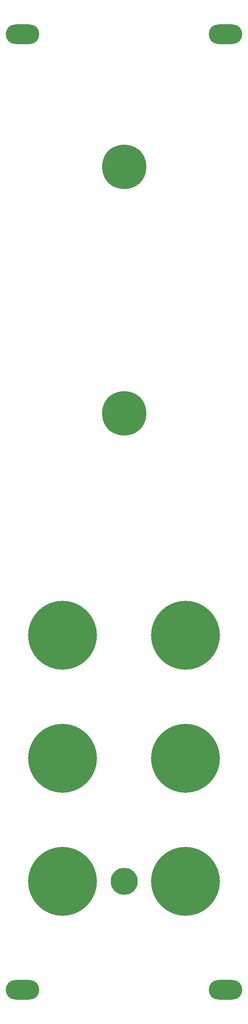
<source format=gbr>
%TF.GenerationSoftware,KiCad,Pcbnew,5.1.8-db9833491~87~ubuntu20.04.1*%
%TF.CreationDate,2020-11-18T23:17:20-05:00*%
%TF.ProjectId,mfos_noise-panel,6d666f73-5f6e-46f6-9973-652d70616e65,rev?*%
%TF.SameCoordinates,Original*%
%TF.FileFunction,Soldermask,Bot*%
%TF.FilePolarity,Negative*%
%FSLAX46Y46*%
G04 Gerber Fmt 4.6, Leading zero omitted, Abs format (unit mm)*
G04 Created by KiCad (PCBNEW 5.1.8-db9833491~87~ubuntu20.04.1) date 2020-11-18 23:17:20*
%MOMM*%
%LPD*%
G01*
G04 APERTURE LIST*
%ADD10O,6.800000X4.000000*%
%ADD11C,14.000000*%
%ADD12C,5.500000*%
%ADD13C,9.000000*%
G04 APERTURE END LIST*
D10*
%TO.C,H11*%
X110600000Y-197000000D03*
%TD*%
%TO.C,H13*%
X110600000Y-3000000D03*
%TD*%
%TO.C,H12*%
X69400000Y-197000000D03*
%TD*%
%TO.C,H10*%
X69390000Y-3000000D03*
%TD*%
D11*
%TO.C,H9*%
X102500000Y-175000000D03*
%TD*%
%TO.C,H8*%
X77500000Y-150000000D03*
%TD*%
%TO.C,H7*%
X77500000Y-175000000D03*
%TD*%
%TO.C,H6*%
X102500000Y-125000000D03*
%TD*%
%TO.C,H5*%
X102500000Y-150000000D03*
%TD*%
%TO.C,H4*%
X77500000Y-125000000D03*
%TD*%
D12*
%TO.C,H3*%
X90000000Y-175000000D03*
%TD*%
D13*
%TO.C,H2*%
X90000000Y-80000000D03*
%TD*%
%TO.C,H1*%
X90000000Y-30000000D03*
%TD*%
M02*

</source>
